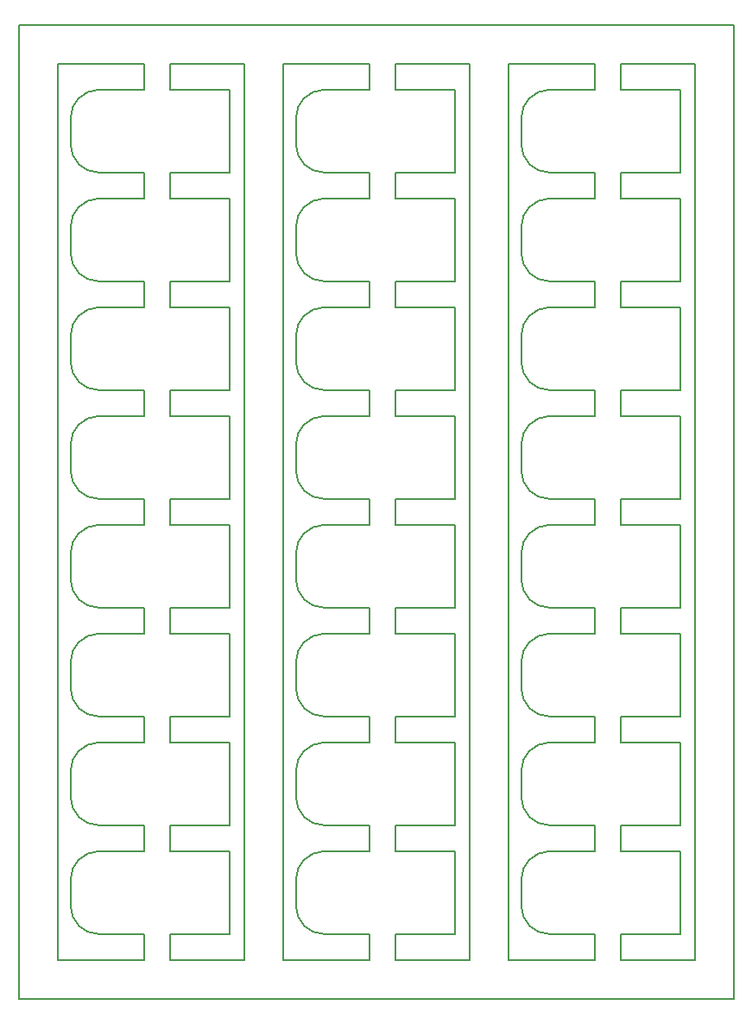
<source format=gbr>
G04 #@! TF.FileFunction,Profile,NP*
%FSLAX46Y46*%
G04 Gerber Fmt 4.6, Leading zero omitted, Abs format (unit mm)*
G04 Created by KiCad (PCBNEW 4.0.5+dfsg1-4) date Sun Jun 17 20:11:44 2018*
%MOMM*%
%LPD*%
G01*
G04 APERTURE LIST*
%ADD10C,0.100000*%
%ADD11C,0.150000*%
G04 APERTURE END LIST*
D10*
D11*
X200406000Y-148209000D02*
X130302000Y-148209000D01*
X200406000Y-52705000D02*
X200406000Y-148209000D01*
X130302000Y-52705000D02*
X200406000Y-52705000D01*
X130302000Y-148209000D02*
X130302000Y-52705000D01*
X134112000Y-56515000D02*
X134112000Y-144399000D01*
X196596000Y-144399000D02*
X196596000Y-56515000D01*
X189357000Y-144399000D02*
X196596000Y-144399000D01*
X195199000Y-141859000D02*
X189357000Y-141859000D01*
X195199000Y-141859000D02*
X195199000Y-133731000D01*
X195199000Y-123063000D02*
X189357000Y-123063000D01*
X195199000Y-131191000D02*
X189357000Y-131191000D01*
X195199000Y-131191000D02*
X195199000Y-123063000D01*
X195199000Y-120523000D02*
X189357000Y-120523000D01*
X195199000Y-133731000D02*
X189357000Y-133731000D01*
X195199000Y-120523000D02*
X195199000Y-112395000D01*
X186817000Y-120523000D02*
X182372000Y-120523000D01*
X182372000Y-112395000D02*
G75*
G03X179578000Y-115189000I0J-2794000D01*
G01*
X179578000Y-117729000D02*
X179578000Y-115189000D01*
X186817000Y-123063000D02*
X182372000Y-123063000D01*
X179577999Y-117729001D02*
G75*
G03X182372000Y-120523000I2794000J1D01*
G01*
X182372000Y-123063000D02*
G75*
G03X179578000Y-125857000I0J-2794000D01*
G01*
X179578000Y-128397000D02*
X179578000Y-125857000D01*
X186817000Y-133731000D02*
X182372000Y-133731000D01*
X179577999Y-128397001D02*
G75*
G03X182372000Y-131191000I2794000J1D01*
G01*
X186817000Y-131191000D02*
X182372000Y-131191000D01*
X182372000Y-133731000D02*
G75*
G03X179578000Y-136525000I0J-2794000D01*
G01*
X179577999Y-139065001D02*
G75*
G03X182372000Y-141859000I2794000J1D01*
G01*
X186817000Y-144399000D02*
X178308000Y-144399000D01*
X186817000Y-141859000D02*
X182372000Y-141859000D01*
X179578000Y-139065000D02*
X179578000Y-136525000D01*
X186817000Y-69723000D02*
X182372000Y-69723000D01*
X179577999Y-75057001D02*
G75*
G03X182372000Y-77851000I2794000J1D01*
G01*
X179578000Y-75057000D02*
X179578000Y-72517000D01*
X186817000Y-80391000D02*
X182372000Y-80391000D01*
X186817000Y-77851000D02*
X182372000Y-77851000D01*
X182372000Y-69723000D02*
G75*
G03X179578000Y-72517000I0J-2794000D01*
G01*
X195199000Y-77851000D02*
X195199000Y-69723000D01*
X195199000Y-77851000D02*
X189357000Y-77851000D01*
X195199000Y-80391000D02*
X189357000Y-80391000D01*
X195199000Y-69723000D02*
X189357000Y-69723000D01*
X186817000Y-56515000D02*
X178308000Y-56515000D01*
X186817000Y-67183000D02*
X182372000Y-67183000D01*
X179578000Y-64389000D02*
X179578000Y-61849000D01*
X179577999Y-64389001D02*
G75*
G03X182372000Y-67183000I2794000J1D01*
G01*
X186817000Y-59055000D02*
X182372000Y-59055000D01*
X182372000Y-59055000D02*
G75*
G03X179578000Y-61849000I0J-2794000D01*
G01*
X195199000Y-59055000D02*
X189357000Y-59055000D01*
X195199000Y-67183000D02*
X189357000Y-67183000D01*
X195199000Y-67183000D02*
X195199000Y-59055000D01*
X195199000Y-88519000D02*
X195199000Y-80391000D01*
X195199000Y-88519000D02*
X189357000Y-88519000D01*
X195199000Y-91059000D02*
X189357000Y-91059000D01*
X196596000Y-56515000D02*
X189357000Y-56515000D01*
X195199000Y-109855000D02*
X189357000Y-109855000D01*
X195199000Y-112395000D02*
X189357000Y-112395000D01*
X195199000Y-109855000D02*
X195199000Y-101727000D01*
X195199000Y-99187000D02*
X195199000Y-91059000D01*
X195199000Y-99187000D02*
X189357000Y-99187000D01*
X195199000Y-101727000D02*
X189357000Y-101727000D01*
X179577999Y-96393001D02*
G75*
G03X182372000Y-99187000I2794000J1D01*
G01*
X186817000Y-99187000D02*
X182372000Y-99187000D01*
X179578000Y-96393000D02*
X179578000Y-93853000D01*
X186817000Y-101727000D02*
X182372000Y-101727000D01*
X186817000Y-112395000D02*
X182372000Y-112395000D01*
X186817000Y-109855000D02*
X182372000Y-109855000D01*
X182372000Y-101727000D02*
G75*
G03X179578000Y-104521000I0J-2794000D01*
G01*
X179578000Y-107061000D02*
X179578000Y-104521000D01*
X179577999Y-107061001D02*
G75*
G03X182372000Y-109855000I2794000J1D01*
G01*
X182372000Y-80391000D02*
G75*
G03X179578000Y-83185000I0J-2794000D01*
G01*
X186817000Y-88519000D02*
X182372000Y-88519000D01*
X179578000Y-85725000D02*
X179578000Y-83185000D01*
X182372000Y-91059000D02*
G75*
G03X179578000Y-93853000I0J-2794000D01*
G01*
X186817000Y-91059000D02*
X182372000Y-91059000D01*
X179577999Y-85725001D02*
G75*
G03X182372000Y-88519000I2794000J1D01*
G01*
X164719000Y-144399000D02*
X156210000Y-144399000D01*
X157479999Y-139065001D02*
G75*
G03X160274000Y-141859000I2794000J1D01*
G01*
X157480000Y-139065000D02*
X157480000Y-136525000D01*
X164719000Y-141859000D02*
X160274000Y-141859000D01*
X160274000Y-133731000D02*
G75*
G03X157480000Y-136525000I0J-2794000D01*
G01*
X167259000Y-144399000D02*
X174498000Y-144399000D01*
X173101000Y-141859000D02*
X173101000Y-133731000D01*
X173101000Y-141859000D02*
X167259000Y-141859000D01*
X164719000Y-131191000D02*
X160274000Y-131191000D01*
X157479999Y-128397001D02*
G75*
G03X160274000Y-131191000I2794000J1D01*
G01*
X164719000Y-133731000D02*
X160274000Y-133731000D01*
X160274000Y-123063000D02*
G75*
G03X157480000Y-125857000I0J-2794000D01*
G01*
X157480000Y-128397000D02*
X157480000Y-125857000D01*
X173101000Y-131191000D02*
X173101000Y-123063000D01*
X173101000Y-133731000D02*
X167259000Y-133731000D01*
X173101000Y-131191000D02*
X167259000Y-131191000D01*
X157480000Y-75057000D02*
X157480000Y-72517000D01*
X157479999Y-75057001D02*
G75*
G03X160274000Y-77851000I2794000J1D01*
G01*
X164719000Y-69723000D02*
X160274000Y-69723000D01*
X160274000Y-69723000D02*
G75*
G03X157480000Y-72517000I0J-2794000D01*
G01*
X173101000Y-67183000D02*
X167259000Y-67183000D01*
X173101000Y-69723000D02*
X167259000Y-69723000D01*
X173101000Y-77851000D02*
X173101000Y-69723000D01*
X164719000Y-56515000D02*
X156210000Y-56515000D01*
X160274000Y-59055000D02*
G75*
G03X157480000Y-61849000I0J-2794000D01*
G01*
X164719000Y-67183000D02*
X160274000Y-67183000D01*
X157479999Y-64389001D02*
G75*
G03X160274000Y-67183000I2794000J1D01*
G01*
X157480000Y-64389000D02*
X157480000Y-61849000D01*
X164719000Y-59055000D02*
X160274000Y-59055000D01*
X173101000Y-67183000D02*
X173101000Y-59055000D01*
X173101000Y-59055000D02*
X167259000Y-59055000D01*
X164719000Y-101727000D02*
X160274000Y-101727000D01*
X164719000Y-99187000D02*
X160274000Y-99187000D01*
X173101000Y-99187000D02*
X167259000Y-99187000D01*
X157479999Y-96393001D02*
G75*
G03X160274000Y-99187000I2794000J1D01*
G01*
X173101000Y-99187000D02*
X173101000Y-91059000D01*
X160274000Y-91059000D02*
G75*
G03X157480000Y-93853000I0J-2794000D01*
G01*
X157480000Y-96393000D02*
X157480000Y-93853000D01*
X178308000Y-56515000D02*
X178308000Y-144399000D01*
X174498000Y-56515000D02*
X167259000Y-56515000D01*
X174498000Y-144399000D02*
X174498000Y-56515000D01*
X173101000Y-88519000D02*
X173101000Y-80391000D01*
X173101000Y-91059000D02*
X167259000Y-91059000D01*
X173101000Y-88519000D02*
X167259000Y-88519000D01*
X157479999Y-85725001D02*
G75*
G03X160274000Y-88519000I2794000J1D01*
G01*
X157480000Y-85725000D02*
X157480000Y-83185000D01*
X164719000Y-80391000D02*
X160274000Y-80391000D01*
X164719000Y-77851000D02*
X160274000Y-77851000D01*
X160274000Y-80391000D02*
G75*
G03X157480000Y-83185000I0J-2794000D01*
G01*
X164719000Y-91059000D02*
X160274000Y-91059000D01*
X164719000Y-88519000D02*
X160274000Y-88519000D01*
X173101000Y-80391000D02*
X167259000Y-80391000D01*
X173101000Y-77851000D02*
X167259000Y-77851000D01*
X157479999Y-107061001D02*
G75*
G03X160274000Y-109855000I2794000J1D01*
G01*
X160274000Y-101727000D02*
G75*
G03X157480000Y-104521000I0J-2794000D01*
G01*
X164719000Y-109855000D02*
X160274000Y-109855000D01*
X157480000Y-107061000D02*
X157480000Y-104521000D01*
X173101000Y-120523000D02*
X173101000Y-112395000D01*
X173101000Y-112395000D02*
X167259000Y-112395000D01*
X164719000Y-112395000D02*
X160274000Y-112395000D01*
X164719000Y-120523000D02*
X160274000Y-120523000D01*
X164719000Y-123063000D02*
X160274000Y-123063000D01*
X157480000Y-117729000D02*
X157480000Y-115189000D01*
X157479999Y-117729001D02*
G75*
G03X160274000Y-120523000I2794000J1D01*
G01*
X160274000Y-112395000D02*
G75*
G03X157480000Y-115189000I0J-2794000D01*
G01*
X173101000Y-109855000D02*
X173101000Y-101727000D01*
X173101000Y-101727000D02*
X167259000Y-101727000D01*
X173101000Y-109855000D02*
X167259000Y-109855000D01*
X173101000Y-120523000D02*
X167259000Y-120523000D01*
X173101000Y-123063000D02*
X167259000Y-123063000D01*
X142621000Y-56515000D02*
X134112000Y-56515000D01*
X142621000Y-144399000D02*
X134112000Y-144399000D01*
X156210000Y-56515000D02*
X156210000Y-144399000D01*
X152400000Y-56515000D02*
X145161000Y-56515000D01*
X152400000Y-144399000D02*
X152400000Y-56515000D01*
X145161000Y-144399000D02*
X152400000Y-144399000D01*
X151003000Y-67183000D02*
X145161000Y-67183000D01*
X151003000Y-67183000D02*
X151003000Y-59055000D01*
X151003000Y-59055000D02*
X145161000Y-59055000D01*
X142621000Y-69723000D02*
X138176000Y-69723000D01*
X142621000Y-67183000D02*
X138176000Y-67183000D01*
X138176000Y-69723000D02*
G75*
G03X135382000Y-72517000I0J-2794000D01*
G01*
X142621000Y-77851000D02*
X138176000Y-77851000D01*
X135381999Y-75057001D02*
G75*
G03X138176000Y-77851000I2794000J1D01*
G01*
X135382000Y-75057000D02*
X135382000Y-72517000D01*
X151003000Y-77851000D02*
X151003000Y-69723000D01*
X151003000Y-77851000D02*
X145161000Y-77851000D01*
X151003000Y-69723000D02*
X145161000Y-69723000D01*
X142621000Y-59055000D02*
X138176000Y-59055000D01*
X135381999Y-64389001D02*
G75*
G03X138176000Y-67183000I2794000J1D01*
G01*
X138176000Y-59055000D02*
G75*
G03X135382000Y-61849000I0J-2794000D01*
G01*
X135382000Y-64389000D02*
X135382000Y-61849000D01*
X142621000Y-91059000D02*
X138176000Y-91059000D01*
X135381999Y-96393001D02*
G75*
G03X138176000Y-99187000I2794000J1D01*
G01*
X142621000Y-99187000D02*
X138176000Y-99187000D01*
X138176000Y-91059000D02*
G75*
G03X135382000Y-93853000I0J-2794000D01*
G01*
X135382000Y-96393000D02*
X135382000Y-93853000D01*
X151003000Y-88519000D02*
X145161000Y-88519000D01*
X151003000Y-88519000D02*
X151003000Y-80391000D01*
X151003000Y-80391000D02*
X145161000Y-80391000D01*
X151003000Y-91059000D02*
X145161000Y-91059000D01*
X151003000Y-99187000D02*
X145161000Y-99187000D01*
X151003000Y-99187000D02*
X151003000Y-91059000D01*
X142621000Y-88519000D02*
X138176000Y-88519000D01*
X142621000Y-80391000D02*
X138176000Y-80391000D01*
X135382000Y-85725000D02*
X135382000Y-83185000D01*
X138176000Y-80391000D02*
G75*
G03X135382000Y-83185000I0J-2794000D01*
G01*
X135381999Y-85725001D02*
G75*
G03X138176000Y-88519000I2794000J1D01*
G01*
X151003000Y-109855000D02*
X151003000Y-101727000D01*
X151003000Y-109855000D02*
X145161000Y-109855000D01*
X151003000Y-112395000D02*
X145161000Y-112395000D01*
X135382000Y-117729000D02*
X135382000Y-115189000D01*
X138176000Y-112395000D02*
G75*
G03X135382000Y-115189000I0J-2794000D01*
G01*
X151003000Y-120523000D02*
X145161000Y-120523000D01*
X142621000Y-120523000D02*
X138176000Y-120523000D01*
X135381999Y-117729001D02*
G75*
G03X138176000Y-120523000I2794000J1D01*
G01*
X151003000Y-120523000D02*
X151003000Y-112395000D01*
X151003000Y-101727000D02*
X145161000Y-101727000D01*
X142621000Y-112395000D02*
X138176000Y-112395000D01*
X138176000Y-101727000D02*
G75*
G03X135382000Y-104521000I0J-2794000D01*
G01*
X135381999Y-107061001D02*
G75*
G03X138176000Y-109855000I2794000J1D01*
G01*
X142621000Y-109855000D02*
X138176000Y-109855000D01*
X135382000Y-107061000D02*
X135382000Y-104521000D01*
X142621000Y-101727000D02*
X138176000Y-101727000D01*
X151003000Y-131191000D02*
X145161000Y-131191000D01*
X151003000Y-131191000D02*
X151003000Y-123063000D01*
X151003000Y-123063000D02*
X145161000Y-123063000D01*
X135381999Y-128397001D02*
G75*
G03X138176000Y-131191000I2794000J1D01*
G01*
X142621000Y-131191000D02*
X138176000Y-131191000D01*
X138176000Y-123063000D02*
G75*
G03X135382000Y-125857000I0J-2794000D01*
G01*
X135382000Y-128397000D02*
X135382000Y-125857000D01*
X142621000Y-123063000D02*
X138176000Y-123063000D01*
X142621000Y-141859000D02*
X138176000Y-141859000D01*
X151003000Y-141859000D02*
X145161000Y-141859000D01*
X142621000Y-133731000D02*
X138176000Y-133731000D01*
X135382000Y-139065000D02*
X135382000Y-136525000D01*
X138176000Y-133731000D02*
G75*
G03X135382000Y-136525000I0J-2794000D01*
G01*
X135381999Y-139065001D02*
G75*
G03X138176000Y-141859000I2794000J1D01*
G01*
X151003000Y-133731000D02*
X145161000Y-133731000D01*
X151003000Y-141859000D02*
X151003000Y-133731000D01*
X189357000Y-67183000D02*
X189357000Y-69723000D01*
X186817000Y-69723000D02*
X186817000Y-67183000D01*
X189357000Y-56515000D02*
X189357000Y-59055000D01*
X186817000Y-59055000D02*
X186817000Y-56515000D01*
X189357000Y-77851000D02*
X189357000Y-80391000D01*
X186817000Y-80391000D02*
X186817000Y-77851000D01*
X189357000Y-88519000D02*
X189357000Y-91059000D01*
X186817000Y-91059000D02*
X186817000Y-88519000D01*
X189357000Y-109855000D02*
X189357000Y-112395000D01*
X186817000Y-112395000D02*
X186817000Y-109855000D01*
X189357000Y-99186999D02*
X189357000Y-101726999D01*
X186817000Y-101726999D02*
X186817000Y-99186999D01*
X189357000Y-120523000D02*
X189357000Y-123063000D01*
X186817000Y-123063000D02*
X186817000Y-120523000D01*
X189357000Y-131191000D02*
X189357000Y-133731000D01*
X186817000Y-133731000D02*
X186817000Y-131191000D01*
X189357000Y-141858999D02*
X189357000Y-144398999D01*
X186817000Y-144398999D02*
X186817000Y-141858999D01*
X167259000Y-56515000D02*
X167259000Y-59055000D01*
X164719000Y-59055000D02*
X164719000Y-56515000D01*
X167259000Y-77851000D02*
X167259000Y-80391000D01*
X164719000Y-80391000D02*
X164719000Y-77851000D01*
X167259000Y-67183000D02*
X167259000Y-69723000D01*
X164719000Y-69723000D02*
X164719000Y-67183000D01*
X167259000Y-120523000D02*
X167259000Y-123063000D01*
X164719000Y-123063000D02*
X164719000Y-120523000D01*
X167259000Y-109855000D02*
X167259000Y-112395000D01*
X164719000Y-112395000D02*
X164719000Y-109855000D01*
X167259000Y-131191000D02*
X167259000Y-133731000D01*
X164719000Y-133731000D02*
X164719000Y-131191000D01*
X167259000Y-141858999D02*
X167259000Y-144398999D01*
X164719000Y-144398999D02*
X164719000Y-141858999D01*
X167259000Y-88519000D02*
X167259000Y-91059000D01*
X164719000Y-91059000D02*
X164719000Y-88519000D01*
X167259000Y-99186999D02*
X167259000Y-101726999D01*
X164719000Y-101726999D02*
X164719000Y-99186999D01*
X145161000Y-56515000D02*
X145161000Y-59055000D01*
X142621000Y-59055000D02*
X142621000Y-56515000D01*
X145161000Y-67183000D02*
X145161000Y-69723000D01*
X142621000Y-69723000D02*
X142621000Y-67183000D01*
X145161000Y-77851000D02*
X145161000Y-80391000D01*
X142621000Y-80391000D02*
X142621000Y-77851000D01*
X145161000Y-88519000D02*
X145161000Y-91059000D01*
X142621000Y-91059000D02*
X142621000Y-88519000D01*
X145161000Y-99186999D02*
X145161000Y-101726999D01*
X142621000Y-101726999D02*
X142621000Y-99186999D01*
X145161000Y-109855000D02*
X145161000Y-112395000D01*
X142621000Y-112395000D02*
X142621000Y-109855000D01*
X145161000Y-120523000D02*
X145161000Y-123063000D01*
X142621000Y-123063000D02*
X142621000Y-120523000D01*
X145161000Y-131191000D02*
X145161000Y-133731000D01*
X142621000Y-133731000D02*
X142621000Y-131191000D01*
X145161000Y-141858999D02*
X145161000Y-144398999D01*
X142621000Y-144398999D02*
X142621000Y-141858999D01*
M02*

</source>
